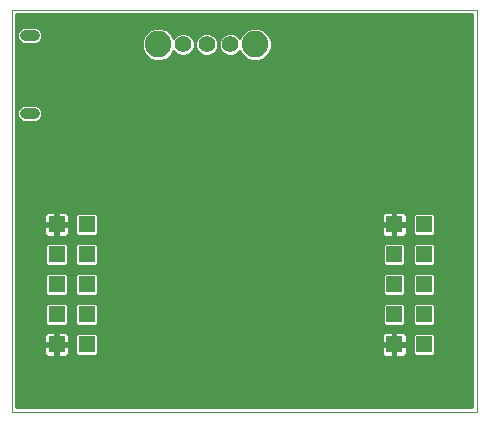
<source format=gbl>
G75*
%MOIN*%
%OFA0B0*%
%FSLAX25Y25*%
%IPPOS*%
%LPD*%
%AMOC8*
5,1,8,0,0,1.08239X$1,22.5*
%
%ADD10C,0.00000*%
%ADD11R,0.05315X0.05315*%
%ADD12C,0.03543*%
%ADD13C,0.05600*%
%ADD14C,0.08858*%
%ADD15C,0.01000*%
%ADD16C,0.03169*%
%ADD17C,0.01600*%
D10*
X0001500Y0001500D02*
X0001500Y0135500D01*
X0156500Y0135500D01*
X0156500Y0001500D01*
X0001500Y0001500D01*
D11*
X0016500Y0024000D03*
X0026500Y0024000D03*
X0026500Y0034000D03*
X0016500Y0034000D03*
X0016500Y0044000D03*
X0026500Y0044000D03*
X0026500Y0054000D03*
X0016500Y0054000D03*
X0016500Y0064000D03*
X0026500Y0064000D03*
X0129000Y0064000D03*
X0139000Y0064000D03*
X0139000Y0054000D03*
X0129000Y0054000D03*
X0129000Y0044000D03*
X0139000Y0044000D03*
X0139000Y0034000D03*
X0129000Y0034000D03*
X0129000Y0024000D03*
X0139000Y0024000D03*
D12*
X0008866Y0101008D02*
X0008866Y0101008D01*
X0006110Y0101008D01*
X0006110Y0101008D01*
X0008866Y0101008D01*
X0008866Y0126992D02*
X0008866Y0126992D01*
X0006110Y0126992D01*
X0006110Y0126992D01*
X0008866Y0126992D01*
D13*
X0058600Y0124000D03*
X0066500Y0124000D03*
X0074400Y0124000D03*
D14*
X0082650Y0124000D03*
X0050350Y0124000D03*
D15*
X0045843Y0127312D02*
X0011738Y0127312D01*
X0011738Y0127563D02*
X0011738Y0126421D01*
X0011301Y0125365D01*
X0010493Y0124558D01*
X0009437Y0124120D01*
X0005539Y0124120D01*
X0004484Y0124558D01*
X0003676Y0125365D01*
X0003239Y0126421D01*
X0003239Y0127563D01*
X0003676Y0128619D01*
X0004484Y0129427D01*
X0005539Y0129864D01*
X0009437Y0129864D01*
X0010493Y0129427D01*
X0011301Y0128619D01*
X0011738Y0127563D01*
X0011428Y0128311D02*
X0046842Y0128311D01*
X0047218Y0128687D02*
X0045663Y0127132D01*
X0044821Y0125100D01*
X0044821Y0122900D01*
X0045663Y0120868D01*
X0047218Y0119313D01*
X0049250Y0118471D01*
X0051450Y0118471D01*
X0053482Y0119313D01*
X0055037Y0120868D01*
X0055383Y0121702D01*
X0056391Y0120694D01*
X0057824Y0120100D01*
X0059376Y0120100D01*
X0060809Y0120694D01*
X0061906Y0121791D01*
X0062500Y0123224D01*
X0062500Y0124776D01*
X0061906Y0126209D01*
X0060809Y0127306D01*
X0059376Y0127900D01*
X0057824Y0127900D01*
X0056391Y0127306D01*
X0055383Y0126298D01*
X0055037Y0127132D01*
X0053482Y0128687D01*
X0051450Y0129529D01*
X0049250Y0129529D01*
X0047218Y0128687D01*
X0048720Y0129309D02*
X0010610Y0129309D01*
X0011693Y0126314D02*
X0045324Y0126314D01*
X0044910Y0125315D02*
X0011251Y0125315D01*
X0009912Y0124317D02*
X0044821Y0124317D01*
X0044821Y0123318D02*
X0003000Y0123318D01*
X0003000Y0122320D02*
X0045061Y0122320D01*
X0045475Y0121321D02*
X0003000Y0121321D01*
X0003000Y0120323D02*
X0046208Y0120323D01*
X0047206Y0119324D02*
X0003000Y0119324D01*
X0003000Y0118326D02*
X0155000Y0118326D01*
X0155000Y0119324D02*
X0085794Y0119324D01*
X0085782Y0119313D02*
X0087337Y0120868D01*
X0088179Y0122900D01*
X0088179Y0125100D01*
X0087337Y0127132D01*
X0085782Y0128687D01*
X0083750Y0129529D01*
X0081550Y0129529D01*
X0079518Y0128687D01*
X0077963Y0127132D01*
X0077617Y0126298D01*
X0076609Y0127306D01*
X0075176Y0127900D01*
X0073624Y0127900D01*
X0072191Y0127306D01*
X0071094Y0126209D01*
X0070500Y0124776D01*
X0070500Y0123224D01*
X0071094Y0121791D01*
X0072191Y0120694D01*
X0073624Y0120100D01*
X0075176Y0120100D01*
X0076609Y0120694D01*
X0077617Y0121702D01*
X0077963Y0120868D01*
X0079518Y0119313D01*
X0081550Y0118471D01*
X0083750Y0118471D01*
X0085782Y0119313D01*
X0086792Y0120323D02*
X0155000Y0120323D01*
X0155000Y0121321D02*
X0087525Y0121321D01*
X0087939Y0122320D02*
X0155000Y0122320D01*
X0155000Y0123318D02*
X0088179Y0123318D01*
X0088179Y0124317D02*
X0155000Y0124317D01*
X0155000Y0125315D02*
X0088090Y0125315D01*
X0087676Y0126314D02*
X0155000Y0126314D01*
X0155000Y0127312D02*
X0087157Y0127312D01*
X0086158Y0128311D02*
X0155000Y0128311D01*
X0155000Y0129309D02*
X0084280Y0129309D01*
X0081020Y0129309D02*
X0051980Y0129309D01*
X0053858Y0128311D02*
X0079142Y0128311D01*
X0078143Y0127312D02*
X0076594Y0127312D01*
X0077602Y0126314D02*
X0077624Y0126314D01*
X0077775Y0121321D02*
X0077237Y0121321D01*
X0078508Y0120323D02*
X0075714Y0120323D01*
X0073086Y0120323D02*
X0067814Y0120323D01*
X0067276Y0120100D02*
X0068709Y0120694D01*
X0069806Y0121791D01*
X0070400Y0123224D01*
X0070400Y0124776D01*
X0069806Y0126209D01*
X0068709Y0127306D01*
X0067276Y0127900D01*
X0065724Y0127900D01*
X0064291Y0127306D01*
X0063194Y0126209D01*
X0062600Y0124776D01*
X0062600Y0123224D01*
X0063194Y0121791D01*
X0064291Y0120694D01*
X0065724Y0120100D01*
X0067276Y0120100D01*
X0065186Y0120323D02*
X0059914Y0120323D01*
X0061437Y0121321D02*
X0063663Y0121321D01*
X0062975Y0122320D02*
X0062125Y0122320D01*
X0062500Y0123318D02*
X0062600Y0123318D01*
X0062600Y0124317D02*
X0062500Y0124317D01*
X0062276Y0125315D02*
X0062824Y0125315D01*
X0063298Y0126314D02*
X0061802Y0126314D01*
X0060794Y0127312D02*
X0064306Y0127312D01*
X0068694Y0127312D02*
X0072206Y0127312D01*
X0071198Y0126314D02*
X0069702Y0126314D01*
X0070176Y0125315D02*
X0070724Y0125315D01*
X0070500Y0124317D02*
X0070400Y0124317D01*
X0070400Y0123318D02*
X0070500Y0123318D01*
X0070875Y0122320D02*
X0070025Y0122320D01*
X0069337Y0121321D02*
X0071563Y0121321D01*
X0079506Y0119324D02*
X0053494Y0119324D01*
X0054492Y0120323D02*
X0057286Y0120323D01*
X0055763Y0121321D02*
X0055225Y0121321D01*
X0055376Y0126314D02*
X0055398Y0126314D01*
X0054857Y0127312D02*
X0056406Y0127312D01*
X0011301Y0102635D02*
X0010493Y0103442D01*
X0009437Y0103880D01*
X0005539Y0103880D01*
X0004484Y0103442D01*
X0003676Y0102635D01*
X0003239Y0101579D01*
X0003239Y0100437D01*
X0003676Y0099381D01*
X0004484Y0098573D01*
X0005539Y0098136D01*
X0009437Y0098136D01*
X0010493Y0098573D01*
X0011301Y0099381D01*
X0011738Y0100437D01*
X0011738Y0101579D01*
X0011301Y0102635D01*
X0011419Y0102350D02*
X0155000Y0102350D01*
X0155000Y0103348D02*
X0010587Y0103348D01*
X0011738Y0101351D02*
X0155000Y0101351D01*
X0155000Y0100353D02*
X0011703Y0100353D01*
X0011273Y0099354D02*
X0155000Y0099354D01*
X0155000Y0098356D02*
X0009967Y0098356D01*
X0005009Y0098356D02*
X0003000Y0098356D01*
X0003000Y0099354D02*
X0003703Y0099354D01*
X0003273Y0100353D02*
X0003000Y0100353D01*
X0003000Y0101351D02*
X0003239Y0101351D01*
X0003000Y0102350D02*
X0003558Y0102350D01*
X0003000Y0103348D02*
X0004389Y0103348D01*
X0003000Y0104347D02*
X0155000Y0104347D01*
X0155000Y0105345D02*
X0003000Y0105345D01*
X0003000Y0106344D02*
X0155000Y0106344D01*
X0155000Y0107342D02*
X0003000Y0107342D01*
X0003000Y0108341D02*
X0155000Y0108341D01*
X0155000Y0109339D02*
X0003000Y0109339D01*
X0003000Y0110338D02*
X0155000Y0110338D01*
X0155000Y0111336D02*
X0003000Y0111336D01*
X0003000Y0112335D02*
X0155000Y0112335D01*
X0155000Y0113333D02*
X0003000Y0113333D01*
X0003000Y0114332D02*
X0155000Y0114332D01*
X0155000Y0115330D02*
X0003000Y0115330D01*
X0003000Y0116329D02*
X0155000Y0116329D01*
X0155000Y0117327D02*
X0003000Y0117327D01*
X0003000Y0124317D02*
X0005065Y0124317D01*
X0003726Y0125315D02*
X0003000Y0125315D01*
X0003000Y0126314D02*
X0003283Y0126314D01*
X0003239Y0127312D02*
X0003000Y0127312D01*
X0003000Y0128311D02*
X0003548Y0128311D01*
X0003000Y0129309D02*
X0004366Y0129309D01*
X0003000Y0130308D02*
X0155000Y0130308D01*
X0155000Y0131306D02*
X0003000Y0131306D01*
X0003000Y0132305D02*
X0155000Y0132305D01*
X0155000Y0133303D02*
X0003000Y0133303D01*
X0003000Y0134000D02*
X0155000Y0134000D01*
X0155000Y0003000D01*
X0003000Y0003000D01*
X0003000Y0134000D01*
X0003000Y0097357D02*
X0155000Y0097357D01*
X0155000Y0096359D02*
X0003000Y0096359D01*
X0003000Y0095360D02*
X0155000Y0095360D01*
X0155000Y0094362D02*
X0003000Y0094362D01*
X0003000Y0093363D02*
X0155000Y0093363D01*
X0155000Y0092365D02*
X0003000Y0092365D01*
X0003000Y0091366D02*
X0155000Y0091366D01*
X0155000Y0090368D02*
X0003000Y0090368D01*
X0003000Y0089369D02*
X0155000Y0089369D01*
X0155000Y0088370D02*
X0003000Y0088370D01*
X0003000Y0087372D02*
X0155000Y0087372D01*
X0155000Y0086373D02*
X0003000Y0086373D01*
X0003000Y0085375D02*
X0155000Y0085375D01*
X0155000Y0084376D02*
X0003000Y0084376D01*
X0003000Y0083378D02*
X0155000Y0083378D01*
X0155000Y0082379D02*
X0003000Y0082379D01*
X0003000Y0081381D02*
X0155000Y0081381D01*
X0155000Y0080382D02*
X0003000Y0080382D01*
X0003000Y0079384D02*
X0155000Y0079384D01*
X0155000Y0078385D02*
X0003000Y0078385D01*
X0003000Y0077387D02*
X0155000Y0077387D01*
X0155000Y0076388D02*
X0003000Y0076388D01*
X0003000Y0075390D02*
X0155000Y0075390D01*
X0155000Y0074391D02*
X0003000Y0074391D01*
X0003000Y0073393D02*
X0155000Y0073393D01*
X0155000Y0072394D02*
X0003000Y0072394D01*
X0003000Y0071396D02*
X0155000Y0071396D01*
X0155000Y0070397D02*
X0003000Y0070397D01*
X0003000Y0069399D02*
X0155000Y0069399D01*
X0155000Y0068400D02*
X0003000Y0068400D01*
X0003000Y0067402D02*
X0012540Y0067402D01*
X0012445Y0067236D02*
X0012343Y0066855D01*
X0012343Y0064386D01*
X0016114Y0064386D01*
X0016114Y0068157D01*
X0013645Y0068157D01*
X0013264Y0068055D01*
X0012921Y0067858D01*
X0012642Y0067578D01*
X0012445Y0067236D01*
X0012343Y0066403D02*
X0003000Y0066403D01*
X0003000Y0065405D02*
X0012343Y0065405D01*
X0012343Y0064406D02*
X0003000Y0064406D01*
X0003000Y0063408D02*
X0012343Y0063408D01*
X0012343Y0063614D02*
X0012343Y0061145D01*
X0012445Y0060764D01*
X0012642Y0060421D01*
X0012921Y0060142D01*
X0013264Y0059945D01*
X0013645Y0059843D01*
X0016114Y0059843D01*
X0016114Y0063614D01*
X0016886Y0063614D01*
X0016886Y0064386D01*
X0016114Y0064386D01*
X0016114Y0063614D01*
X0012343Y0063614D01*
X0012343Y0062409D02*
X0003000Y0062409D01*
X0003000Y0061411D02*
X0012343Y0061411D01*
X0012652Y0060412D02*
X0003000Y0060412D01*
X0003000Y0059414D02*
X0155000Y0059414D01*
X0155000Y0060412D02*
X0142283Y0060412D01*
X0142113Y0060243D02*
X0142757Y0060887D01*
X0142757Y0067113D01*
X0142113Y0067757D01*
X0135887Y0067757D01*
X0135243Y0067113D01*
X0135243Y0060887D01*
X0135887Y0060243D01*
X0142113Y0060243D01*
X0142757Y0061411D02*
X0155000Y0061411D01*
X0155000Y0062409D02*
X0142757Y0062409D01*
X0142757Y0063408D02*
X0155000Y0063408D01*
X0155000Y0064406D02*
X0142757Y0064406D01*
X0142757Y0065405D02*
X0155000Y0065405D01*
X0155000Y0066403D02*
X0142757Y0066403D01*
X0142469Y0067402D02*
X0155000Y0067402D01*
X0155000Y0058415D02*
X0003000Y0058415D01*
X0003000Y0057417D02*
X0013046Y0057417D01*
X0012743Y0057113D02*
X0012743Y0050887D01*
X0013387Y0050243D01*
X0019613Y0050243D01*
X0020257Y0050887D01*
X0020257Y0057113D01*
X0019613Y0057757D01*
X0013387Y0057757D01*
X0012743Y0057113D01*
X0012743Y0056418D02*
X0003000Y0056418D01*
X0003000Y0055420D02*
X0012743Y0055420D01*
X0012743Y0054421D02*
X0003000Y0054421D01*
X0003000Y0053423D02*
X0012743Y0053423D01*
X0012743Y0052424D02*
X0003000Y0052424D01*
X0003000Y0051426D02*
X0012743Y0051426D01*
X0013202Y0050427D02*
X0003000Y0050427D01*
X0003000Y0049429D02*
X0155000Y0049429D01*
X0155000Y0050427D02*
X0142298Y0050427D01*
X0142113Y0050243D02*
X0142757Y0050887D01*
X0142757Y0057113D01*
X0142113Y0057757D01*
X0135887Y0057757D01*
X0135243Y0057113D01*
X0135243Y0050887D01*
X0135887Y0050243D01*
X0142113Y0050243D01*
X0142757Y0051426D02*
X0155000Y0051426D01*
X0155000Y0052424D02*
X0142757Y0052424D01*
X0142757Y0053423D02*
X0155000Y0053423D01*
X0155000Y0054421D02*
X0142757Y0054421D01*
X0142757Y0055420D02*
X0155000Y0055420D01*
X0155000Y0056418D02*
X0142757Y0056418D01*
X0142454Y0057417D02*
X0155000Y0057417D01*
X0155000Y0048430D02*
X0003000Y0048430D01*
X0003000Y0047432D02*
X0013061Y0047432D01*
X0012743Y0047113D02*
X0012743Y0040887D01*
X0013387Y0040243D01*
X0019613Y0040243D01*
X0020257Y0040887D01*
X0020257Y0047113D01*
X0019613Y0047757D01*
X0013387Y0047757D01*
X0012743Y0047113D01*
X0012743Y0046433D02*
X0003000Y0046433D01*
X0003000Y0045434D02*
X0012743Y0045434D01*
X0012743Y0044436D02*
X0003000Y0044436D01*
X0003000Y0043437D02*
X0012743Y0043437D01*
X0012743Y0042439D02*
X0003000Y0042439D01*
X0003000Y0041440D02*
X0012743Y0041440D01*
X0013187Y0040442D02*
X0003000Y0040442D01*
X0003000Y0039443D02*
X0155000Y0039443D01*
X0155000Y0038445D02*
X0003000Y0038445D01*
X0003000Y0037446D02*
X0013076Y0037446D01*
X0013387Y0037757D02*
X0012743Y0037113D01*
X0012743Y0030887D01*
X0013387Y0030243D01*
X0019613Y0030243D01*
X0020257Y0030887D01*
X0020257Y0037113D01*
X0019613Y0037757D01*
X0013387Y0037757D01*
X0012743Y0036448D02*
X0003000Y0036448D01*
X0003000Y0035449D02*
X0012743Y0035449D01*
X0012743Y0034451D02*
X0003000Y0034451D01*
X0003000Y0033452D02*
X0012743Y0033452D01*
X0012743Y0032454D02*
X0003000Y0032454D01*
X0003000Y0031455D02*
X0012743Y0031455D01*
X0013173Y0030457D02*
X0003000Y0030457D01*
X0003000Y0029458D02*
X0155000Y0029458D01*
X0155000Y0028460D02*
X0003000Y0028460D01*
X0003000Y0027461D02*
X0012575Y0027461D01*
X0012642Y0027578D02*
X0012445Y0027236D01*
X0012343Y0026855D01*
X0012343Y0024386D01*
X0016114Y0024386D01*
X0016114Y0028157D01*
X0013645Y0028157D01*
X0013264Y0028055D01*
X0012921Y0027858D01*
X0012642Y0027578D01*
X0012343Y0026463D02*
X0003000Y0026463D01*
X0003000Y0025464D02*
X0012343Y0025464D01*
X0012343Y0024466D02*
X0003000Y0024466D01*
X0003000Y0023467D02*
X0012343Y0023467D01*
X0012343Y0023614D02*
X0012343Y0021145D01*
X0012445Y0020764D01*
X0012642Y0020421D01*
X0012921Y0020142D01*
X0013264Y0019945D01*
X0013645Y0019843D01*
X0016114Y0019843D01*
X0016114Y0023614D01*
X0016886Y0023614D01*
X0016886Y0024386D01*
X0016114Y0024386D01*
X0016114Y0023614D01*
X0012343Y0023614D01*
X0012343Y0022469D02*
X0003000Y0022469D01*
X0003000Y0021470D02*
X0012343Y0021470D01*
X0012613Y0020472D02*
X0003000Y0020472D01*
X0003000Y0019473D02*
X0155000Y0019473D01*
X0155000Y0018475D02*
X0003000Y0018475D01*
X0003000Y0017476D02*
X0155000Y0017476D01*
X0155000Y0016478D02*
X0003000Y0016478D01*
X0003000Y0015479D02*
X0155000Y0015479D01*
X0155000Y0014481D02*
X0003000Y0014481D01*
X0003000Y0013482D02*
X0155000Y0013482D01*
X0155000Y0012484D02*
X0003000Y0012484D01*
X0003000Y0011485D02*
X0155000Y0011485D01*
X0155000Y0010487D02*
X0003000Y0010487D01*
X0003000Y0009488D02*
X0155000Y0009488D01*
X0155000Y0008490D02*
X0003000Y0008490D01*
X0003000Y0007491D02*
X0155000Y0007491D01*
X0155000Y0006493D02*
X0003000Y0006493D01*
X0003000Y0005494D02*
X0155000Y0005494D01*
X0155000Y0004496D02*
X0003000Y0004496D01*
X0003000Y0003497D02*
X0155000Y0003497D01*
X0155000Y0020472D02*
X0142342Y0020472D01*
X0142113Y0020243D02*
X0142757Y0020887D01*
X0142757Y0027113D01*
X0142113Y0027757D01*
X0135887Y0027757D01*
X0135243Y0027113D01*
X0135243Y0020887D01*
X0135887Y0020243D01*
X0142113Y0020243D01*
X0142757Y0021470D02*
X0155000Y0021470D01*
X0155000Y0022469D02*
X0142757Y0022469D01*
X0142757Y0023467D02*
X0155000Y0023467D01*
X0155000Y0024466D02*
X0142757Y0024466D01*
X0142757Y0025464D02*
X0155000Y0025464D01*
X0155000Y0026463D02*
X0142757Y0026463D01*
X0142409Y0027461D02*
X0155000Y0027461D01*
X0155000Y0030457D02*
X0142327Y0030457D01*
X0142113Y0030243D02*
X0142757Y0030887D01*
X0142757Y0037113D01*
X0142113Y0037757D01*
X0135887Y0037757D01*
X0135243Y0037113D01*
X0135243Y0030887D01*
X0135887Y0030243D01*
X0142113Y0030243D01*
X0142757Y0031455D02*
X0155000Y0031455D01*
X0155000Y0032454D02*
X0142757Y0032454D01*
X0142757Y0033452D02*
X0155000Y0033452D01*
X0155000Y0034451D02*
X0142757Y0034451D01*
X0142757Y0035449D02*
X0155000Y0035449D01*
X0155000Y0036448D02*
X0142757Y0036448D01*
X0142424Y0037446D02*
X0155000Y0037446D01*
X0155000Y0040442D02*
X0142313Y0040442D01*
X0142113Y0040243D02*
X0142757Y0040887D01*
X0142757Y0047113D01*
X0142113Y0047757D01*
X0135887Y0047757D01*
X0135243Y0047113D01*
X0135243Y0040887D01*
X0135887Y0040243D01*
X0142113Y0040243D01*
X0142757Y0041440D02*
X0155000Y0041440D01*
X0155000Y0042439D02*
X0142757Y0042439D01*
X0142757Y0043437D02*
X0155000Y0043437D01*
X0155000Y0044436D02*
X0142757Y0044436D01*
X0142757Y0045434D02*
X0155000Y0045434D01*
X0155000Y0046433D02*
X0142757Y0046433D01*
X0142439Y0047432D02*
X0155000Y0047432D01*
X0135561Y0047432D02*
X0132439Y0047432D01*
X0132757Y0047113D02*
X0132113Y0047757D01*
X0125887Y0047757D01*
X0125243Y0047113D01*
X0125243Y0040887D01*
X0125887Y0040243D01*
X0132113Y0040243D01*
X0132757Y0040887D01*
X0132757Y0047113D01*
X0132757Y0046433D02*
X0135243Y0046433D01*
X0135243Y0045434D02*
X0132757Y0045434D01*
X0132757Y0044436D02*
X0135243Y0044436D01*
X0135243Y0043437D02*
X0132757Y0043437D01*
X0132757Y0042439D02*
X0135243Y0042439D01*
X0135243Y0041440D02*
X0132757Y0041440D01*
X0132313Y0040442D02*
X0135687Y0040442D01*
X0135576Y0037446D02*
X0132424Y0037446D01*
X0132113Y0037757D02*
X0132757Y0037113D01*
X0132757Y0030887D01*
X0132113Y0030243D01*
X0125887Y0030243D01*
X0125243Y0030887D01*
X0125243Y0037113D01*
X0125887Y0037757D01*
X0132113Y0037757D01*
X0132757Y0036448D02*
X0135243Y0036448D01*
X0135243Y0035449D02*
X0132757Y0035449D01*
X0132757Y0034451D02*
X0135243Y0034451D01*
X0135243Y0033452D02*
X0132757Y0033452D01*
X0132757Y0032454D02*
X0135243Y0032454D01*
X0135243Y0031455D02*
X0132757Y0031455D01*
X0132327Y0030457D02*
X0135673Y0030457D01*
X0135591Y0027461D02*
X0132925Y0027461D01*
X0132858Y0027578D02*
X0132578Y0027858D01*
X0132236Y0028055D01*
X0131855Y0028157D01*
X0129386Y0028157D01*
X0129386Y0024386D01*
X0128614Y0024386D01*
X0128614Y0028157D01*
X0126145Y0028157D01*
X0125764Y0028055D01*
X0125421Y0027858D01*
X0125142Y0027578D01*
X0124945Y0027236D01*
X0124843Y0026855D01*
X0124843Y0024386D01*
X0128614Y0024386D01*
X0128614Y0023614D01*
X0129386Y0023614D01*
X0129386Y0024386D01*
X0133157Y0024386D01*
X0133157Y0026855D01*
X0133055Y0027236D01*
X0132858Y0027578D01*
X0133157Y0026463D02*
X0135243Y0026463D01*
X0135243Y0025464D02*
X0133157Y0025464D01*
X0133157Y0024466D02*
X0135243Y0024466D01*
X0135243Y0023467D02*
X0133157Y0023467D01*
X0133157Y0023614D02*
X0129386Y0023614D01*
X0129386Y0019843D01*
X0131855Y0019843D01*
X0132236Y0019945D01*
X0132578Y0020142D01*
X0132858Y0020421D01*
X0133055Y0020764D01*
X0133157Y0021145D01*
X0133157Y0023614D01*
X0133157Y0022469D02*
X0135243Y0022469D01*
X0135243Y0021470D02*
X0133157Y0021470D01*
X0132887Y0020472D02*
X0135658Y0020472D01*
X0129386Y0020472D02*
X0128614Y0020472D01*
X0128614Y0019843D02*
X0128614Y0023614D01*
X0124843Y0023614D01*
X0124843Y0021145D01*
X0124945Y0020764D01*
X0125142Y0020421D01*
X0125421Y0020142D01*
X0125764Y0019945D01*
X0126145Y0019843D01*
X0128614Y0019843D01*
X0128614Y0021470D02*
X0129386Y0021470D01*
X0129386Y0022469D02*
X0128614Y0022469D01*
X0128614Y0023467D02*
X0129386Y0023467D01*
X0129386Y0024466D02*
X0128614Y0024466D01*
X0128614Y0025464D02*
X0129386Y0025464D01*
X0129386Y0026463D02*
X0128614Y0026463D01*
X0128614Y0027461D02*
X0129386Y0027461D01*
X0125075Y0027461D02*
X0029909Y0027461D01*
X0029613Y0027757D02*
X0030257Y0027113D01*
X0030257Y0020887D01*
X0029613Y0020243D01*
X0023387Y0020243D01*
X0022743Y0020887D01*
X0022743Y0027113D01*
X0023387Y0027757D01*
X0029613Y0027757D01*
X0030257Y0026463D02*
X0124843Y0026463D01*
X0124843Y0025464D02*
X0030257Y0025464D01*
X0030257Y0024466D02*
X0124843Y0024466D01*
X0124843Y0023467D02*
X0030257Y0023467D01*
X0030257Y0022469D02*
X0124843Y0022469D01*
X0124843Y0021470D02*
X0030257Y0021470D01*
X0029842Y0020472D02*
X0125113Y0020472D01*
X0125673Y0030457D02*
X0029827Y0030457D01*
X0029613Y0030243D02*
X0030257Y0030887D01*
X0030257Y0037113D01*
X0029613Y0037757D01*
X0023387Y0037757D01*
X0022743Y0037113D01*
X0022743Y0030887D01*
X0023387Y0030243D01*
X0029613Y0030243D01*
X0030257Y0031455D02*
X0125243Y0031455D01*
X0125243Y0032454D02*
X0030257Y0032454D01*
X0030257Y0033452D02*
X0125243Y0033452D01*
X0125243Y0034451D02*
X0030257Y0034451D01*
X0030257Y0035449D02*
X0125243Y0035449D01*
X0125243Y0036448D02*
X0030257Y0036448D01*
X0029924Y0037446D02*
X0125576Y0037446D01*
X0125687Y0040442D02*
X0029813Y0040442D01*
X0029613Y0040243D02*
X0030257Y0040887D01*
X0030257Y0047113D01*
X0029613Y0047757D01*
X0023387Y0047757D01*
X0022743Y0047113D01*
X0022743Y0040887D01*
X0023387Y0040243D01*
X0029613Y0040243D01*
X0030257Y0041440D02*
X0125243Y0041440D01*
X0125243Y0042439D02*
X0030257Y0042439D01*
X0030257Y0043437D02*
X0125243Y0043437D01*
X0125243Y0044436D02*
X0030257Y0044436D01*
X0030257Y0045434D02*
X0125243Y0045434D01*
X0125243Y0046433D02*
X0030257Y0046433D01*
X0029939Y0047432D02*
X0125561Y0047432D01*
X0125887Y0050243D02*
X0132113Y0050243D01*
X0132757Y0050887D01*
X0132757Y0057113D01*
X0132113Y0057757D01*
X0125887Y0057757D01*
X0125243Y0057113D01*
X0125243Y0050887D01*
X0125887Y0050243D01*
X0125702Y0050427D02*
X0029798Y0050427D01*
X0029613Y0050243D02*
X0030257Y0050887D01*
X0030257Y0057113D01*
X0029613Y0057757D01*
X0023387Y0057757D01*
X0022743Y0057113D01*
X0022743Y0050887D01*
X0023387Y0050243D01*
X0029613Y0050243D01*
X0030257Y0051426D02*
X0125243Y0051426D01*
X0125243Y0052424D02*
X0030257Y0052424D01*
X0030257Y0053423D02*
X0125243Y0053423D01*
X0125243Y0054421D02*
X0030257Y0054421D01*
X0030257Y0055420D02*
X0125243Y0055420D01*
X0125243Y0056418D02*
X0030257Y0056418D01*
X0029954Y0057417D02*
X0125546Y0057417D01*
X0126145Y0059843D02*
X0128614Y0059843D01*
X0128614Y0063614D01*
X0129386Y0063614D01*
X0129386Y0064386D01*
X0128614Y0064386D01*
X0128614Y0068157D01*
X0126145Y0068157D01*
X0125764Y0068055D01*
X0125421Y0067858D01*
X0125142Y0067578D01*
X0124945Y0067236D01*
X0124843Y0066855D01*
X0124843Y0064386D01*
X0128614Y0064386D01*
X0128614Y0063614D01*
X0124843Y0063614D01*
X0124843Y0061145D01*
X0124945Y0060764D01*
X0125142Y0060421D01*
X0125421Y0060142D01*
X0125764Y0059945D01*
X0126145Y0059843D01*
X0125152Y0060412D02*
X0029783Y0060412D01*
X0029613Y0060243D02*
X0030257Y0060887D01*
X0030257Y0067113D01*
X0029613Y0067757D01*
X0023387Y0067757D01*
X0022743Y0067113D01*
X0022743Y0060887D01*
X0023387Y0060243D01*
X0029613Y0060243D01*
X0030257Y0061411D02*
X0124843Y0061411D01*
X0124843Y0062409D02*
X0030257Y0062409D01*
X0030257Y0063408D02*
X0124843Y0063408D01*
X0124843Y0064406D02*
X0030257Y0064406D01*
X0030257Y0065405D02*
X0124843Y0065405D01*
X0124843Y0066403D02*
X0030257Y0066403D01*
X0029969Y0067402D02*
X0125040Y0067402D01*
X0128614Y0067402D02*
X0129386Y0067402D01*
X0129386Y0068157D02*
X0129386Y0064386D01*
X0133157Y0064386D01*
X0133157Y0066855D01*
X0133055Y0067236D01*
X0132858Y0067578D01*
X0132578Y0067858D01*
X0132236Y0068055D01*
X0131855Y0068157D01*
X0129386Y0068157D01*
X0129386Y0066403D02*
X0128614Y0066403D01*
X0128614Y0065405D02*
X0129386Y0065405D01*
X0129386Y0064406D02*
X0128614Y0064406D01*
X0128614Y0063408D02*
X0129386Y0063408D01*
X0129386Y0063614D02*
X0129386Y0059843D01*
X0131855Y0059843D01*
X0132236Y0059945D01*
X0132578Y0060142D01*
X0132858Y0060421D01*
X0133055Y0060764D01*
X0133157Y0061145D01*
X0133157Y0063614D01*
X0129386Y0063614D01*
X0129386Y0062409D02*
X0128614Y0062409D01*
X0128614Y0061411D02*
X0129386Y0061411D01*
X0129386Y0060412D02*
X0128614Y0060412D01*
X0132848Y0060412D02*
X0135717Y0060412D01*
X0135243Y0061411D02*
X0133157Y0061411D01*
X0133157Y0062409D02*
X0135243Y0062409D01*
X0135243Y0063408D02*
X0133157Y0063408D01*
X0133157Y0064406D02*
X0135243Y0064406D01*
X0135243Y0065405D02*
X0133157Y0065405D01*
X0133157Y0066403D02*
X0135243Y0066403D01*
X0135531Y0067402D02*
X0132960Y0067402D01*
X0132454Y0057417D02*
X0135546Y0057417D01*
X0135243Y0056418D02*
X0132757Y0056418D01*
X0132757Y0055420D02*
X0135243Y0055420D01*
X0135243Y0054421D02*
X0132757Y0054421D01*
X0132757Y0053423D02*
X0135243Y0053423D01*
X0135243Y0052424D02*
X0132757Y0052424D01*
X0132757Y0051426D02*
X0135243Y0051426D01*
X0135702Y0050427D02*
X0132298Y0050427D01*
X0134500Y0106500D02*
X0135500Y0107500D01*
X0135500Y0109500D01*
X0023031Y0067402D02*
X0020460Y0067402D01*
X0020555Y0067236D02*
X0020358Y0067578D01*
X0020078Y0067858D01*
X0019736Y0068055D01*
X0019355Y0068157D01*
X0016886Y0068157D01*
X0016886Y0064386D01*
X0020657Y0064386D01*
X0020657Y0066855D01*
X0020555Y0067236D01*
X0020657Y0066403D02*
X0022743Y0066403D01*
X0022743Y0065405D02*
X0020657Y0065405D01*
X0020657Y0064406D02*
X0022743Y0064406D01*
X0022743Y0063408D02*
X0020657Y0063408D01*
X0020657Y0063614D02*
X0016886Y0063614D01*
X0016886Y0059843D01*
X0019355Y0059843D01*
X0019736Y0059945D01*
X0020078Y0060142D01*
X0020358Y0060421D01*
X0020555Y0060764D01*
X0020657Y0061145D01*
X0020657Y0063614D01*
X0020657Y0062409D02*
X0022743Y0062409D01*
X0022743Y0061411D02*
X0020657Y0061411D01*
X0020348Y0060412D02*
X0023217Y0060412D01*
X0023046Y0057417D02*
X0019954Y0057417D01*
X0020257Y0056418D02*
X0022743Y0056418D01*
X0022743Y0055420D02*
X0020257Y0055420D01*
X0020257Y0054421D02*
X0022743Y0054421D01*
X0022743Y0053423D02*
X0020257Y0053423D01*
X0020257Y0052424D02*
X0022743Y0052424D01*
X0022743Y0051426D02*
X0020257Y0051426D01*
X0019798Y0050427D02*
X0023202Y0050427D01*
X0023061Y0047432D02*
X0019939Y0047432D01*
X0020257Y0046433D02*
X0022743Y0046433D01*
X0022743Y0045434D02*
X0020257Y0045434D01*
X0020257Y0044436D02*
X0022743Y0044436D01*
X0022743Y0043437D02*
X0020257Y0043437D01*
X0020257Y0042439D02*
X0022743Y0042439D01*
X0022743Y0041440D02*
X0020257Y0041440D01*
X0019813Y0040442D02*
X0023187Y0040442D01*
X0023076Y0037446D02*
X0019924Y0037446D01*
X0020257Y0036448D02*
X0022743Y0036448D01*
X0022743Y0035449D02*
X0020257Y0035449D01*
X0020257Y0034451D02*
X0022743Y0034451D01*
X0022743Y0033452D02*
X0020257Y0033452D01*
X0020257Y0032454D02*
X0022743Y0032454D01*
X0022743Y0031455D02*
X0020257Y0031455D01*
X0019827Y0030457D02*
X0023173Y0030457D01*
X0023091Y0027461D02*
X0020425Y0027461D01*
X0020358Y0027578D02*
X0020078Y0027858D01*
X0019736Y0028055D01*
X0019355Y0028157D01*
X0016886Y0028157D01*
X0016886Y0024386D01*
X0020657Y0024386D01*
X0020657Y0026855D01*
X0020555Y0027236D01*
X0020358Y0027578D01*
X0020657Y0026463D02*
X0022743Y0026463D01*
X0022743Y0025464D02*
X0020657Y0025464D01*
X0020657Y0024466D02*
X0022743Y0024466D01*
X0022743Y0023467D02*
X0020657Y0023467D01*
X0020657Y0023614D02*
X0016886Y0023614D01*
X0016886Y0019843D01*
X0019355Y0019843D01*
X0019736Y0019945D01*
X0020078Y0020142D01*
X0020358Y0020421D01*
X0020555Y0020764D01*
X0020657Y0021145D01*
X0020657Y0023614D01*
X0020657Y0022469D02*
X0022743Y0022469D01*
X0022743Y0021470D02*
X0020657Y0021470D01*
X0020387Y0020472D02*
X0023158Y0020472D01*
X0016886Y0020472D02*
X0016114Y0020472D01*
X0016114Y0021470D02*
X0016886Y0021470D01*
X0016886Y0022469D02*
X0016114Y0022469D01*
X0016114Y0023467D02*
X0016886Y0023467D01*
X0016886Y0024466D02*
X0016114Y0024466D01*
X0016114Y0025464D02*
X0016886Y0025464D01*
X0016886Y0026463D02*
X0016114Y0026463D01*
X0016114Y0027461D02*
X0016886Y0027461D01*
X0016886Y0060412D02*
X0016114Y0060412D01*
X0016114Y0061411D02*
X0016886Y0061411D01*
X0016886Y0062409D02*
X0016114Y0062409D01*
X0016114Y0063408D02*
X0016886Y0063408D01*
X0016886Y0064406D02*
X0016114Y0064406D01*
X0016114Y0065405D02*
X0016886Y0065405D01*
X0016886Y0066403D02*
X0016114Y0066403D01*
X0016114Y0067402D02*
X0016886Y0067402D01*
D16*
X0048500Y0108500D03*
X0134500Y0106500D03*
D17*
X0048500Y0108500D02*
X0048500Y0110500D01*
M02*

</source>
